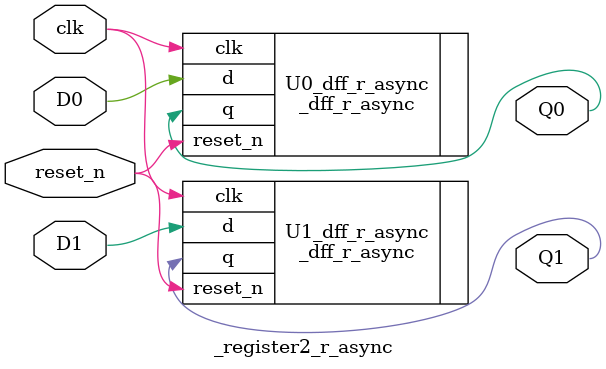
<source format=v>
module _register2_r_async(clk, reset_n, D1, D0, Q1, Q0); // this module makes asynchronous 2 bit register
input clk, reset_n; // define input clk, reset_n
input D1, D0; // define input D1, D0
output Q1, Q0; // define output Q1, Q0

// two asynchronous D flipflop instance
_dff_r_async U0_dff_r_async(
	.clk(clk),
	.reset_n(reset_n),
	.d(D0),
	.q(Q0)
	);
	
_dff_r_async U1_dff_r_async(
	.clk(clk),
	.reset_n(reset_n),
	.d(D1),
	.q(Q1)
	);

endmodule // end of module

</source>
